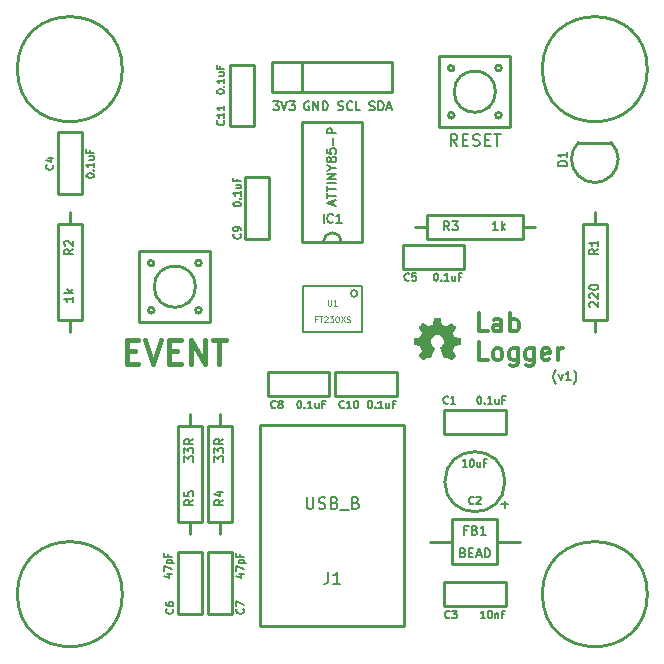
<source format=gto>
G04 (created by PCBNEW (22-Jun-2014 BZR 4027)-stable) date Mon 12 Jun 2017 10:58:34 PM CDT*
%MOIN*%
G04 Gerber Fmt 3.4, Leading zero omitted, Abs format*
%FSLAX34Y34*%
G01*
G70*
G90*
G04 APERTURE LIST*
%ADD10C,0.00590551*%
%ADD11C,0.006*%
%ADD12C,0.012*%
%ADD13C,0.01*%
%ADD14C,0.005*%
%ADD15C,0.0001*%
%ADD16C,0.008*%
%ADD17C,0.0039*%
%ADD18C,0.016*%
G04 APERTURE END LIST*
G54D10*
G54D11*
X80700Y-54485D02*
X80685Y-54471D01*
X80657Y-54428D01*
X80642Y-54400D01*
X80628Y-54357D01*
X80614Y-54285D01*
X80614Y-54228D01*
X80628Y-54157D01*
X80642Y-54114D01*
X80657Y-54085D01*
X80685Y-54042D01*
X80700Y-54028D01*
X80785Y-54171D02*
X80857Y-54371D01*
X80928Y-54171D01*
X81200Y-54371D02*
X81028Y-54371D01*
X81114Y-54371D02*
X81114Y-54071D01*
X81085Y-54114D01*
X81057Y-54142D01*
X81028Y-54157D01*
X81300Y-54485D02*
X81314Y-54471D01*
X81342Y-54428D01*
X81357Y-54400D01*
X81371Y-54357D01*
X81385Y-54285D01*
X81385Y-54228D01*
X81371Y-54157D01*
X81357Y-54114D01*
X81342Y-54085D01*
X81314Y-54042D01*
X81300Y-54028D01*
G54D12*
X78428Y-52742D02*
X78142Y-52742D01*
X78142Y-52142D01*
X78885Y-52742D02*
X78885Y-52428D01*
X78857Y-52371D01*
X78800Y-52342D01*
X78685Y-52342D01*
X78628Y-52371D01*
X78885Y-52714D02*
X78828Y-52742D01*
X78685Y-52742D01*
X78628Y-52714D01*
X78600Y-52657D01*
X78600Y-52600D01*
X78628Y-52542D01*
X78685Y-52514D01*
X78828Y-52514D01*
X78885Y-52485D01*
X79171Y-52742D02*
X79171Y-52142D01*
X79171Y-52371D02*
X79228Y-52342D01*
X79342Y-52342D01*
X79400Y-52371D01*
X79428Y-52400D01*
X79457Y-52457D01*
X79457Y-52628D01*
X79428Y-52685D01*
X79400Y-52714D01*
X79342Y-52742D01*
X79228Y-52742D01*
X79171Y-52714D01*
X78428Y-53702D02*
X78142Y-53702D01*
X78142Y-53102D01*
X78714Y-53702D02*
X78657Y-53674D01*
X78628Y-53645D01*
X78600Y-53588D01*
X78600Y-53417D01*
X78628Y-53360D01*
X78657Y-53331D01*
X78714Y-53302D01*
X78800Y-53302D01*
X78857Y-53331D01*
X78885Y-53360D01*
X78914Y-53417D01*
X78914Y-53588D01*
X78885Y-53645D01*
X78857Y-53674D01*
X78800Y-53702D01*
X78714Y-53702D01*
X79428Y-53302D02*
X79428Y-53788D01*
X79400Y-53845D01*
X79371Y-53874D01*
X79314Y-53902D01*
X79228Y-53902D01*
X79171Y-53874D01*
X79428Y-53674D02*
X79371Y-53702D01*
X79257Y-53702D01*
X79200Y-53674D01*
X79171Y-53645D01*
X79142Y-53588D01*
X79142Y-53417D01*
X79171Y-53360D01*
X79200Y-53331D01*
X79257Y-53302D01*
X79371Y-53302D01*
X79428Y-53331D01*
X79971Y-53302D02*
X79971Y-53788D01*
X79942Y-53845D01*
X79914Y-53874D01*
X79857Y-53902D01*
X79771Y-53902D01*
X79714Y-53874D01*
X79971Y-53674D02*
X79914Y-53702D01*
X79799Y-53702D01*
X79742Y-53674D01*
X79714Y-53645D01*
X79685Y-53588D01*
X79685Y-53417D01*
X79714Y-53360D01*
X79742Y-53331D01*
X79799Y-53302D01*
X79914Y-53302D01*
X79971Y-53331D01*
X80485Y-53674D02*
X80428Y-53702D01*
X80314Y-53702D01*
X80257Y-53674D01*
X80228Y-53617D01*
X80228Y-53388D01*
X80257Y-53331D01*
X80314Y-53302D01*
X80428Y-53302D01*
X80485Y-53331D01*
X80514Y-53388D01*
X80514Y-53445D01*
X80228Y-53502D01*
X80771Y-53702D02*
X80771Y-53302D01*
X80771Y-53417D02*
X80800Y-53360D01*
X80828Y-53331D01*
X80885Y-53302D01*
X80942Y-53302D01*
G54D11*
X74485Y-45357D02*
X74528Y-45371D01*
X74600Y-45371D01*
X74628Y-45357D01*
X74642Y-45342D01*
X74657Y-45314D01*
X74657Y-45285D01*
X74642Y-45257D01*
X74628Y-45242D01*
X74600Y-45228D01*
X74542Y-45214D01*
X74514Y-45200D01*
X74500Y-45185D01*
X74485Y-45157D01*
X74485Y-45128D01*
X74500Y-45100D01*
X74514Y-45085D01*
X74542Y-45071D01*
X74614Y-45071D01*
X74657Y-45085D01*
X74785Y-45371D02*
X74785Y-45071D01*
X74857Y-45071D01*
X74900Y-45085D01*
X74928Y-45114D01*
X74942Y-45142D01*
X74957Y-45200D01*
X74957Y-45242D01*
X74942Y-45300D01*
X74928Y-45328D01*
X74900Y-45357D01*
X74857Y-45371D01*
X74785Y-45371D01*
X75071Y-45285D02*
X75214Y-45285D01*
X75042Y-45371D02*
X75142Y-45071D01*
X75242Y-45371D01*
X73442Y-45357D02*
X73485Y-45371D01*
X73557Y-45371D01*
X73585Y-45357D01*
X73600Y-45342D01*
X73614Y-45314D01*
X73614Y-45285D01*
X73600Y-45257D01*
X73585Y-45242D01*
X73557Y-45228D01*
X73500Y-45214D01*
X73471Y-45200D01*
X73457Y-45185D01*
X73442Y-45157D01*
X73442Y-45128D01*
X73457Y-45100D01*
X73471Y-45085D01*
X73500Y-45071D01*
X73571Y-45071D01*
X73614Y-45085D01*
X73914Y-45342D02*
X73900Y-45357D01*
X73857Y-45371D01*
X73828Y-45371D01*
X73785Y-45357D01*
X73757Y-45328D01*
X73742Y-45300D01*
X73728Y-45242D01*
X73728Y-45200D01*
X73742Y-45142D01*
X73757Y-45114D01*
X73785Y-45085D01*
X73828Y-45071D01*
X73857Y-45071D01*
X73900Y-45085D01*
X73914Y-45100D01*
X74185Y-45371D02*
X74042Y-45371D01*
X74042Y-45071D01*
X72471Y-45085D02*
X72442Y-45071D01*
X72400Y-45071D01*
X72357Y-45085D01*
X72328Y-45114D01*
X72314Y-45142D01*
X72300Y-45200D01*
X72300Y-45242D01*
X72314Y-45300D01*
X72328Y-45328D01*
X72357Y-45357D01*
X72400Y-45371D01*
X72428Y-45371D01*
X72471Y-45357D01*
X72485Y-45342D01*
X72485Y-45242D01*
X72428Y-45242D01*
X72614Y-45371D02*
X72614Y-45071D01*
X72785Y-45371D01*
X72785Y-45071D01*
X72928Y-45371D02*
X72928Y-45071D01*
X73000Y-45071D01*
X73042Y-45085D01*
X73071Y-45114D01*
X73085Y-45142D01*
X73100Y-45200D01*
X73100Y-45242D01*
X73085Y-45300D01*
X73071Y-45328D01*
X73042Y-45357D01*
X73000Y-45371D01*
X72928Y-45371D01*
X71278Y-45071D02*
X71464Y-45071D01*
X71364Y-45185D01*
X71407Y-45185D01*
X71435Y-45200D01*
X71450Y-45214D01*
X71464Y-45242D01*
X71464Y-45314D01*
X71450Y-45342D01*
X71435Y-45357D01*
X71407Y-45371D01*
X71321Y-45371D01*
X71292Y-45357D01*
X71278Y-45342D01*
X71550Y-45071D02*
X71650Y-45371D01*
X71750Y-45071D01*
X71821Y-45071D02*
X72007Y-45071D01*
X71907Y-45185D01*
X71950Y-45185D01*
X71978Y-45200D01*
X71992Y-45214D01*
X72007Y-45242D01*
X72007Y-45314D01*
X71992Y-45342D01*
X71978Y-45357D01*
X71950Y-45371D01*
X71864Y-45371D01*
X71835Y-45357D01*
X71821Y-45342D01*
G54D13*
X83750Y-44000D02*
G75*
G03X83750Y-44000I-1750J0D01*
G74*
G01*
X66250Y-44000D02*
G75*
G03X66250Y-44000I-1750J0D01*
G74*
G01*
X83750Y-61500D02*
G75*
G03X83750Y-61500I-1750J0D01*
G74*
G01*
X66250Y-61500D02*
G75*
G03X66250Y-61500I-1750J0D01*
G74*
G01*
X70850Y-62550D02*
X75650Y-62550D01*
X75650Y-62550D02*
X75650Y-55850D01*
X75650Y-55850D02*
X70850Y-55850D01*
X70850Y-55850D02*
X70850Y-62550D01*
G54D14*
X74225Y-51225D02*
X72275Y-51225D01*
X72275Y-51225D02*
X72275Y-52775D01*
X72275Y-52775D02*
X74225Y-52775D01*
X74225Y-52775D02*
X74225Y-51225D01*
X74086Y-51475D02*
G75*
G03X74086Y-51475I-111J0D01*
G74*
G01*
G54D13*
X72250Y-43750D02*
X72250Y-44750D01*
X71250Y-43750D02*
X75250Y-43750D01*
X75250Y-43750D02*
X75250Y-44750D01*
X75250Y-44750D02*
X71250Y-44750D01*
X71250Y-44750D02*
X71250Y-43750D01*
X76000Y-49250D02*
X76400Y-49250D01*
X76400Y-49250D02*
X76400Y-48850D01*
X76400Y-48850D02*
X79600Y-48850D01*
X79600Y-48850D02*
X79600Y-49650D01*
X79600Y-49650D02*
X76400Y-49650D01*
X76400Y-49650D02*
X76400Y-49250D01*
X80000Y-49250D02*
X79600Y-49250D01*
X64500Y-48750D02*
X64500Y-49150D01*
X64500Y-49150D02*
X64900Y-49150D01*
X64900Y-49150D02*
X64900Y-52350D01*
X64900Y-52350D02*
X64100Y-52350D01*
X64100Y-52350D02*
X64100Y-49150D01*
X64100Y-49150D02*
X64500Y-49150D01*
X64500Y-52750D02*
X64500Y-52350D01*
X82000Y-48750D02*
X82000Y-49150D01*
X82000Y-49150D02*
X82400Y-49150D01*
X82400Y-49150D02*
X82400Y-52350D01*
X82400Y-52350D02*
X81600Y-52350D01*
X81600Y-52350D02*
X81600Y-49150D01*
X81600Y-49150D02*
X82000Y-49150D01*
X82000Y-52750D02*
X82000Y-52350D01*
X69500Y-59500D02*
X69500Y-59100D01*
X69500Y-59100D02*
X69100Y-59100D01*
X69100Y-59100D02*
X69100Y-55900D01*
X69100Y-55900D02*
X69900Y-55900D01*
X69900Y-55900D02*
X69900Y-59100D01*
X69900Y-59100D02*
X69500Y-59100D01*
X69500Y-55500D02*
X69500Y-55900D01*
X68500Y-59500D02*
X68500Y-59100D01*
X68500Y-59100D02*
X68100Y-59100D01*
X68100Y-59100D02*
X68100Y-55900D01*
X68100Y-55900D02*
X68900Y-55900D01*
X68900Y-55900D02*
X68900Y-59100D01*
X68900Y-59100D02*
X68500Y-59100D01*
X68500Y-55500D02*
X68500Y-55900D01*
X81448Y-46448D02*
X82551Y-46448D01*
X82551Y-47551D02*
G75*
G03X82551Y-46448I-551J551D01*
G74*
G01*
X81448Y-47551D02*
G75*
G03X82551Y-47551I551J551D01*
G74*
G01*
X81448Y-46448D02*
G75*
G03X81448Y-47551I551J-551D01*
G74*
G01*
X77250Y-60500D02*
X78750Y-60500D01*
X77250Y-59000D02*
X78750Y-59000D01*
X77250Y-59750D02*
X77250Y-59000D01*
X78750Y-59000D02*
X78750Y-60500D01*
X77250Y-60500D02*
X77250Y-59750D01*
X79500Y-59750D02*
X78750Y-59750D01*
X76500Y-59750D02*
X77250Y-59750D01*
X79000Y-57750D02*
G75*
G03X79000Y-57750I-1000J0D01*
G74*
G01*
X73250Y-49450D02*
G75*
G03X72950Y-49750I0J-300D01*
G74*
G01*
X73550Y-49750D02*
G75*
G03X73250Y-49450I-300J0D01*
G74*
G01*
X72250Y-49750D02*
X72250Y-45750D01*
X72250Y-45750D02*
X74250Y-45750D01*
X74250Y-45750D02*
X74250Y-49750D01*
X74250Y-49750D02*
X72250Y-49750D01*
X69100Y-60100D02*
X69100Y-62150D01*
X69900Y-60100D02*
X69900Y-62150D01*
X69900Y-62150D02*
X69100Y-62150D01*
X69100Y-60100D02*
X69900Y-60100D01*
X68100Y-60100D02*
X68100Y-62150D01*
X68900Y-60100D02*
X68900Y-62150D01*
X68900Y-62150D02*
X68100Y-62150D01*
X68100Y-60100D02*
X68900Y-60100D01*
X73150Y-54100D02*
X71100Y-54100D01*
X73150Y-54900D02*
X71100Y-54900D01*
X71100Y-54900D02*
X71100Y-54100D01*
X73150Y-54100D02*
X73150Y-54900D01*
X64900Y-48150D02*
X64900Y-46100D01*
X64100Y-48150D02*
X64100Y-46100D01*
X64100Y-46100D02*
X64900Y-46100D01*
X64900Y-48150D02*
X64100Y-48150D01*
X75600Y-50650D02*
X77650Y-50650D01*
X75600Y-49850D02*
X77650Y-49850D01*
X77650Y-49850D02*
X77650Y-50650D01*
X75600Y-50650D02*
X75600Y-49850D01*
X79025Y-55350D02*
X76975Y-55350D01*
X79025Y-56150D02*
X76975Y-56150D01*
X76975Y-56150D02*
X76975Y-55350D01*
X79025Y-55350D02*
X79025Y-56150D01*
X76975Y-61900D02*
X79025Y-61900D01*
X76975Y-61100D02*
X79025Y-61100D01*
X79025Y-61100D02*
X79025Y-61900D01*
X76975Y-61900D02*
X76975Y-61100D01*
X68885Y-50462D02*
G75*
G03X68885Y-50462I-98J0D01*
G74*
G01*
X67311Y-50462D02*
G75*
G03X67311Y-50462I-98J0D01*
G74*
G01*
X67311Y-52037D02*
G75*
G03X67311Y-52037I-98J0D01*
G74*
G01*
X68885Y-52037D02*
G75*
G03X68885Y-52037I-98J0D01*
G74*
G01*
X68688Y-51250D02*
G75*
G03X68688Y-51250I-688J0D01*
G74*
G01*
X69181Y-52431D02*
X66818Y-52431D01*
X66818Y-52431D02*
X66818Y-50068D01*
X66818Y-50068D02*
X69181Y-50068D01*
X69181Y-50068D02*
X69181Y-52431D01*
X78885Y-43962D02*
G75*
G03X78885Y-43962I-98J0D01*
G74*
G01*
X77311Y-43962D02*
G75*
G03X77311Y-43962I-98J0D01*
G74*
G01*
X77311Y-45537D02*
G75*
G03X77311Y-45537I-98J0D01*
G74*
G01*
X78885Y-45537D02*
G75*
G03X78885Y-45537I-98J0D01*
G74*
G01*
X78688Y-44750D02*
G75*
G03X78688Y-44750I-688J0D01*
G74*
G01*
X79181Y-45931D02*
X76818Y-45931D01*
X76818Y-45931D02*
X76818Y-43568D01*
X76818Y-43568D02*
X79181Y-43568D01*
X79181Y-43568D02*
X79181Y-45931D01*
X73350Y-54900D02*
X75400Y-54900D01*
X73350Y-54100D02*
X75400Y-54100D01*
X75400Y-54100D02*
X75400Y-54900D01*
X73350Y-54900D02*
X73350Y-54100D01*
X71150Y-49650D02*
X71150Y-47600D01*
X70350Y-49650D02*
X70350Y-47600D01*
X70350Y-47600D02*
X71150Y-47600D01*
X71150Y-49650D02*
X70350Y-49650D01*
X69850Y-43850D02*
X69850Y-45900D01*
X70650Y-43850D02*
X70650Y-45900D01*
X70650Y-45900D02*
X69850Y-45900D01*
X69850Y-43850D02*
X70650Y-43850D01*
G54D15*
G36*
X76273Y-53707D02*
X76281Y-53703D01*
X76300Y-53691D01*
X76326Y-53674D01*
X76357Y-53653D01*
X76388Y-53632D01*
X76414Y-53615D01*
X76432Y-53603D01*
X76439Y-53599D01*
X76443Y-53600D01*
X76458Y-53608D01*
X76480Y-53619D01*
X76492Y-53625D01*
X76512Y-53634D01*
X76522Y-53636D01*
X76523Y-53633D01*
X76531Y-53618D01*
X76542Y-53592D01*
X76557Y-53558D01*
X76574Y-53518D01*
X76592Y-53475D01*
X76610Y-53431D01*
X76628Y-53389D01*
X76643Y-53351D01*
X76656Y-53321D01*
X76664Y-53299D01*
X76667Y-53290D01*
X76666Y-53288D01*
X76656Y-53279D01*
X76639Y-53266D01*
X76601Y-53235D01*
X76565Y-53189D01*
X76542Y-53137D01*
X76535Y-53079D01*
X76541Y-53026D01*
X76562Y-52975D01*
X76598Y-52928D01*
X76642Y-52894D01*
X76693Y-52872D01*
X76750Y-52865D01*
X76805Y-52871D01*
X76857Y-52892D01*
X76904Y-52927D01*
X76923Y-52950D01*
X76950Y-52997D01*
X76966Y-53047D01*
X76967Y-53059D01*
X76965Y-53115D01*
X76949Y-53168D01*
X76920Y-53215D01*
X76879Y-53254D01*
X76874Y-53258D01*
X76855Y-53272D01*
X76843Y-53281D01*
X76833Y-53289D01*
X76903Y-53459D01*
X76914Y-53486D01*
X76934Y-53532D01*
X76951Y-53572D01*
X76964Y-53604D01*
X76974Y-53625D01*
X76978Y-53634D01*
X76978Y-53634D01*
X76984Y-53635D01*
X76997Y-53630D01*
X77021Y-53619D01*
X77037Y-53611D01*
X77055Y-53602D01*
X77063Y-53599D01*
X77070Y-53603D01*
X77087Y-53614D01*
X77112Y-53631D01*
X77142Y-53651D01*
X77171Y-53671D01*
X77198Y-53689D01*
X77217Y-53701D01*
X77227Y-53706D01*
X77228Y-53706D01*
X77236Y-53701D01*
X77252Y-53689D01*
X77275Y-53667D01*
X77307Y-53635D01*
X77312Y-53630D01*
X77339Y-53602D01*
X77361Y-53579D01*
X77376Y-53563D01*
X77381Y-53556D01*
X77381Y-53556D01*
X77376Y-53546D01*
X77364Y-53527D01*
X77346Y-53500D01*
X77325Y-53469D01*
X77269Y-53387D01*
X77300Y-53310D01*
X77309Y-53287D01*
X77321Y-53258D01*
X77330Y-53238D01*
X77335Y-53229D01*
X77343Y-53226D01*
X77364Y-53221D01*
X77395Y-53214D01*
X77431Y-53208D01*
X77466Y-53201D01*
X77497Y-53195D01*
X77520Y-53191D01*
X77530Y-53189D01*
X77532Y-53187D01*
X77534Y-53182D01*
X77536Y-53172D01*
X77536Y-53153D01*
X77537Y-53123D01*
X77537Y-53079D01*
X77537Y-53075D01*
X77536Y-53033D01*
X77536Y-53000D01*
X77535Y-52979D01*
X77533Y-52971D01*
X77533Y-52971D01*
X77523Y-52968D01*
X77501Y-52964D01*
X77470Y-52957D01*
X77432Y-52950D01*
X77430Y-52950D01*
X77393Y-52943D01*
X77362Y-52936D01*
X77340Y-52931D01*
X77331Y-52928D01*
X77329Y-52926D01*
X77321Y-52911D01*
X77310Y-52888D01*
X77298Y-52860D01*
X77286Y-52831D01*
X77275Y-52804D01*
X77268Y-52785D01*
X77266Y-52776D01*
X77266Y-52776D01*
X77272Y-52767D01*
X77285Y-52747D01*
X77303Y-52721D01*
X77325Y-52689D01*
X77326Y-52686D01*
X77348Y-52655D01*
X77365Y-52628D01*
X77377Y-52609D01*
X77381Y-52601D01*
X77381Y-52600D01*
X77374Y-52591D01*
X77358Y-52573D01*
X77335Y-52549D01*
X77307Y-52521D01*
X77298Y-52513D01*
X77268Y-52483D01*
X77247Y-52463D01*
X77233Y-52453D01*
X77227Y-52450D01*
X77227Y-52451D01*
X77217Y-52456D01*
X77197Y-52469D01*
X77170Y-52488D01*
X77138Y-52509D01*
X77136Y-52511D01*
X77105Y-52532D01*
X77079Y-52550D01*
X77060Y-52562D01*
X77052Y-52567D01*
X77050Y-52567D01*
X77038Y-52563D01*
X77015Y-52556D01*
X76988Y-52545D01*
X76959Y-52533D01*
X76932Y-52522D01*
X76912Y-52513D01*
X76903Y-52508D01*
X76903Y-52507D01*
X76899Y-52496D01*
X76894Y-52472D01*
X76887Y-52440D01*
X76880Y-52401D01*
X76879Y-52395D01*
X76872Y-52358D01*
X76866Y-52327D01*
X76861Y-52305D01*
X76859Y-52296D01*
X76854Y-52295D01*
X76835Y-52294D01*
X76807Y-52293D01*
X76773Y-52293D01*
X76738Y-52293D01*
X76704Y-52294D01*
X76674Y-52295D01*
X76653Y-52296D01*
X76644Y-52298D01*
X76643Y-52299D01*
X76640Y-52310D01*
X76635Y-52334D01*
X76628Y-52366D01*
X76621Y-52405D01*
X76620Y-52412D01*
X76613Y-52449D01*
X76606Y-52480D01*
X76602Y-52501D01*
X76599Y-52509D01*
X76596Y-52511D01*
X76581Y-52518D01*
X76556Y-52528D01*
X76524Y-52541D01*
X76452Y-52570D01*
X76364Y-52509D01*
X76356Y-52504D01*
X76324Y-52482D01*
X76298Y-52465D01*
X76280Y-52453D01*
X76272Y-52449D01*
X76272Y-52449D01*
X76263Y-52457D01*
X76245Y-52473D01*
X76221Y-52497D01*
X76194Y-52524D01*
X76173Y-52545D01*
X76149Y-52570D01*
X76133Y-52586D01*
X76125Y-52597D01*
X76122Y-52604D01*
X76123Y-52608D01*
X76128Y-52617D01*
X76141Y-52636D01*
X76159Y-52663D01*
X76181Y-52694D01*
X76199Y-52721D01*
X76218Y-52750D01*
X76230Y-52771D01*
X76235Y-52782D01*
X76234Y-52786D01*
X76227Y-52803D01*
X76217Y-52830D01*
X76204Y-52861D01*
X76173Y-52931D01*
X76127Y-52939D01*
X76099Y-52945D01*
X76060Y-52952D01*
X76023Y-52959D01*
X75965Y-52971D01*
X75963Y-53183D01*
X75972Y-53187D01*
X75981Y-53190D01*
X76002Y-53194D01*
X76033Y-53200D01*
X76069Y-53207D01*
X76100Y-53213D01*
X76131Y-53219D01*
X76153Y-53223D01*
X76163Y-53225D01*
X76166Y-53229D01*
X76174Y-53244D01*
X76185Y-53268D01*
X76197Y-53297D01*
X76209Y-53326D01*
X76220Y-53354D01*
X76228Y-53375D01*
X76231Y-53386D01*
X76227Y-53394D01*
X76215Y-53412D01*
X76198Y-53438D01*
X76177Y-53469D01*
X76155Y-53500D01*
X76138Y-53527D01*
X76125Y-53546D01*
X76120Y-53554D01*
X76123Y-53560D01*
X76135Y-53575D01*
X76158Y-53599D01*
X76193Y-53634D01*
X76199Y-53639D01*
X76226Y-53666D01*
X76250Y-53687D01*
X76266Y-53702D01*
X76273Y-53707D01*
X76273Y-53707D01*
G37*
G54D16*
X73116Y-60761D02*
X73116Y-61047D01*
X73097Y-61104D01*
X73059Y-61142D01*
X73002Y-61161D01*
X72964Y-61161D01*
X73516Y-61161D02*
X73288Y-61161D01*
X73402Y-61161D02*
X73402Y-60761D01*
X73364Y-60819D01*
X73326Y-60857D01*
X73288Y-60876D01*
X72392Y-58261D02*
X72392Y-58585D01*
X72411Y-58623D01*
X72430Y-58642D01*
X72469Y-58661D01*
X72545Y-58661D01*
X72583Y-58642D01*
X72602Y-58623D01*
X72621Y-58585D01*
X72621Y-58261D01*
X72792Y-58642D02*
X72850Y-58661D01*
X72945Y-58661D01*
X72983Y-58642D01*
X73002Y-58623D01*
X73021Y-58585D01*
X73021Y-58547D01*
X73002Y-58509D01*
X72983Y-58490D01*
X72945Y-58471D01*
X72869Y-58452D01*
X72830Y-58433D01*
X72811Y-58414D01*
X72792Y-58376D01*
X72792Y-58338D01*
X72811Y-58300D01*
X72830Y-58280D01*
X72869Y-58261D01*
X72964Y-58261D01*
X73021Y-58280D01*
X73326Y-58452D02*
X73383Y-58471D01*
X73402Y-58490D01*
X73421Y-58528D01*
X73421Y-58585D01*
X73402Y-58623D01*
X73383Y-58642D01*
X73345Y-58661D01*
X73192Y-58661D01*
X73192Y-58261D01*
X73326Y-58261D01*
X73364Y-58280D01*
X73383Y-58300D01*
X73402Y-58338D01*
X73402Y-58376D01*
X73383Y-58414D01*
X73364Y-58433D01*
X73326Y-58452D01*
X73192Y-58452D01*
X73497Y-58700D02*
X73802Y-58700D01*
X74030Y-58452D02*
X74088Y-58471D01*
X74107Y-58490D01*
X74126Y-58528D01*
X74126Y-58585D01*
X74107Y-58623D01*
X74088Y-58642D01*
X74050Y-58661D01*
X73897Y-58661D01*
X73897Y-58261D01*
X74030Y-58261D01*
X74069Y-58280D01*
X74088Y-58300D01*
X74107Y-58338D01*
X74107Y-58376D01*
X74088Y-58414D01*
X74069Y-58433D01*
X74030Y-58452D01*
X73897Y-58452D01*
G54D17*
X73099Y-51682D02*
X73099Y-51842D01*
X73109Y-51860D01*
X73118Y-51870D01*
X73137Y-51879D01*
X73174Y-51879D01*
X73193Y-51870D01*
X73203Y-51860D01*
X73212Y-51842D01*
X73212Y-51682D01*
X73409Y-51879D02*
X73296Y-51879D01*
X73353Y-51879D02*
X73353Y-51682D01*
X73334Y-51710D01*
X73315Y-51729D01*
X73296Y-51739D01*
X72734Y-52330D02*
X72668Y-52330D01*
X72668Y-52433D02*
X72668Y-52236D01*
X72762Y-52236D01*
X72809Y-52236D02*
X72921Y-52236D01*
X72865Y-52433D02*
X72865Y-52236D01*
X72977Y-52255D02*
X72987Y-52246D01*
X73006Y-52236D01*
X73053Y-52236D01*
X73071Y-52246D01*
X73081Y-52255D01*
X73090Y-52274D01*
X73090Y-52293D01*
X73081Y-52321D01*
X72968Y-52433D01*
X73090Y-52433D01*
X73156Y-52236D02*
X73278Y-52236D01*
X73212Y-52311D01*
X73240Y-52311D01*
X73259Y-52321D01*
X73268Y-52330D01*
X73278Y-52349D01*
X73278Y-52396D01*
X73268Y-52414D01*
X73259Y-52424D01*
X73240Y-52433D01*
X73184Y-52433D01*
X73165Y-52424D01*
X73156Y-52414D01*
X73400Y-52236D02*
X73418Y-52236D01*
X73437Y-52246D01*
X73447Y-52255D01*
X73456Y-52274D01*
X73465Y-52311D01*
X73465Y-52358D01*
X73456Y-52396D01*
X73447Y-52414D01*
X73437Y-52424D01*
X73418Y-52433D01*
X73400Y-52433D01*
X73381Y-52424D01*
X73371Y-52414D01*
X73362Y-52396D01*
X73353Y-52358D01*
X73353Y-52311D01*
X73362Y-52274D01*
X73371Y-52255D01*
X73381Y-52246D01*
X73400Y-52236D01*
X73531Y-52236D02*
X73662Y-52433D01*
X73662Y-52236D02*
X73531Y-52433D01*
X73728Y-52424D02*
X73756Y-52433D01*
X73803Y-52433D01*
X73822Y-52424D01*
X73831Y-52414D01*
X73841Y-52396D01*
X73841Y-52377D01*
X73831Y-52358D01*
X73822Y-52349D01*
X73803Y-52339D01*
X73765Y-52330D01*
X73747Y-52321D01*
X73737Y-52311D01*
X73728Y-52293D01*
X73728Y-52274D01*
X73737Y-52255D01*
X73747Y-52246D01*
X73765Y-52236D01*
X73812Y-52236D01*
X73841Y-52246D01*
G54D11*
X77150Y-49371D02*
X77050Y-49228D01*
X76978Y-49371D02*
X76978Y-49071D01*
X77092Y-49071D01*
X77121Y-49085D01*
X77135Y-49100D01*
X77150Y-49128D01*
X77150Y-49171D01*
X77135Y-49200D01*
X77121Y-49214D01*
X77092Y-49228D01*
X76978Y-49228D01*
X77250Y-49071D02*
X77435Y-49071D01*
X77335Y-49185D01*
X77378Y-49185D01*
X77407Y-49200D01*
X77421Y-49214D01*
X77435Y-49242D01*
X77435Y-49314D01*
X77421Y-49342D01*
X77407Y-49357D01*
X77378Y-49371D01*
X77292Y-49371D01*
X77264Y-49357D01*
X77250Y-49342D01*
X78764Y-49371D02*
X78592Y-49371D01*
X78678Y-49371D02*
X78678Y-49071D01*
X78650Y-49114D01*
X78621Y-49142D01*
X78592Y-49157D01*
X78892Y-49371D02*
X78892Y-49071D01*
X78921Y-49257D02*
X79007Y-49371D01*
X79007Y-49171D02*
X78892Y-49285D01*
X64621Y-50000D02*
X64478Y-50100D01*
X64621Y-50171D02*
X64321Y-50171D01*
X64321Y-50057D01*
X64335Y-50028D01*
X64350Y-50014D01*
X64378Y-50000D01*
X64421Y-50000D01*
X64450Y-50014D01*
X64464Y-50028D01*
X64478Y-50057D01*
X64478Y-50171D01*
X64350Y-49885D02*
X64335Y-49871D01*
X64321Y-49842D01*
X64321Y-49771D01*
X64335Y-49742D01*
X64350Y-49728D01*
X64378Y-49714D01*
X64407Y-49714D01*
X64450Y-49728D01*
X64621Y-49900D01*
X64621Y-49714D01*
X64621Y-51585D02*
X64621Y-51757D01*
X64621Y-51671D02*
X64321Y-51671D01*
X64364Y-51699D01*
X64392Y-51728D01*
X64407Y-51757D01*
X64621Y-51457D02*
X64321Y-51457D01*
X64507Y-51428D02*
X64621Y-51342D01*
X64421Y-51342D02*
X64535Y-51457D01*
X82121Y-50000D02*
X81978Y-50100D01*
X82121Y-50171D02*
X81821Y-50171D01*
X81821Y-50057D01*
X81835Y-50028D01*
X81850Y-50014D01*
X81878Y-50000D01*
X81921Y-50000D01*
X81950Y-50014D01*
X81964Y-50028D01*
X81978Y-50057D01*
X81978Y-50171D01*
X82121Y-49714D02*
X82121Y-49885D01*
X82121Y-49800D02*
X81821Y-49800D01*
X81864Y-49828D01*
X81892Y-49857D01*
X81907Y-49885D01*
X81850Y-51921D02*
X81835Y-51907D01*
X81821Y-51878D01*
X81821Y-51807D01*
X81835Y-51778D01*
X81850Y-51764D01*
X81878Y-51750D01*
X81907Y-51750D01*
X81950Y-51764D01*
X82121Y-51935D01*
X82121Y-51750D01*
X81850Y-51635D02*
X81835Y-51621D01*
X81821Y-51592D01*
X81821Y-51521D01*
X81835Y-51492D01*
X81850Y-51478D01*
X81878Y-51464D01*
X81907Y-51464D01*
X81950Y-51478D01*
X82121Y-51650D01*
X82121Y-51464D01*
X81821Y-51278D02*
X81821Y-51250D01*
X81835Y-51221D01*
X81850Y-51207D01*
X81878Y-51192D01*
X81935Y-51178D01*
X82007Y-51178D01*
X82064Y-51192D01*
X82092Y-51207D01*
X82107Y-51221D01*
X82121Y-51250D01*
X82121Y-51278D01*
X82107Y-51307D01*
X82092Y-51321D01*
X82064Y-51335D01*
X82007Y-51350D01*
X81935Y-51350D01*
X81878Y-51335D01*
X81850Y-51321D01*
X81835Y-51307D01*
X81821Y-51278D01*
X69621Y-58350D02*
X69478Y-58450D01*
X69621Y-58521D02*
X69321Y-58521D01*
X69321Y-58407D01*
X69335Y-58378D01*
X69350Y-58364D01*
X69378Y-58350D01*
X69421Y-58350D01*
X69450Y-58364D01*
X69464Y-58378D01*
X69478Y-58407D01*
X69478Y-58521D01*
X69421Y-58092D02*
X69621Y-58092D01*
X69307Y-58164D02*
X69521Y-58235D01*
X69521Y-58050D01*
X69321Y-57092D02*
X69321Y-56907D01*
X69435Y-57007D01*
X69435Y-56964D01*
X69450Y-56935D01*
X69464Y-56921D01*
X69492Y-56907D01*
X69564Y-56907D01*
X69592Y-56921D01*
X69607Y-56935D01*
X69621Y-56964D01*
X69621Y-57050D01*
X69607Y-57078D01*
X69592Y-57092D01*
X69321Y-56807D02*
X69321Y-56621D01*
X69435Y-56721D01*
X69435Y-56678D01*
X69450Y-56650D01*
X69464Y-56635D01*
X69492Y-56621D01*
X69564Y-56621D01*
X69592Y-56635D01*
X69607Y-56650D01*
X69621Y-56678D01*
X69621Y-56764D01*
X69607Y-56792D01*
X69592Y-56807D01*
X69621Y-56321D02*
X69478Y-56421D01*
X69621Y-56492D02*
X69321Y-56492D01*
X69321Y-56378D01*
X69335Y-56350D01*
X69350Y-56335D01*
X69378Y-56321D01*
X69421Y-56321D01*
X69450Y-56335D01*
X69464Y-56350D01*
X69478Y-56378D01*
X69478Y-56492D01*
X68621Y-58350D02*
X68478Y-58450D01*
X68621Y-58521D02*
X68321Y-58521D01*
X68321Y-58407D01*
X68335Y-58378D01*
X68350Y-58364D01*
X68378Y-58350D01*
X68421Y-58350D01*
X68450Y-58364D01*
X68464Y-58378D01*
X68478Y-58407D01*
X68478Y-58521D01*
X68321Y-58078D02*
X68321Y-58221D01*
X68464Y-58235D01*
X68450Y-58221D01*
X68435Y-58192D01*
X68435Y-58121D01*
X68450Y-58092D01*
X68464Y-58078D01*
X68492Y-58064D01*
X68564Y-58064D01*
X68592Y-58078D01*
X68607Y-58092D01*
X68621Y-58121D01*
X68621Y-58192D01*
X68607Y-58221D01*
X68592Y-58235D01*
X68321Y-57092D02*
X68321Y-56907D01*
X68435Y-57007D01*
X68435Y-56964D01*
X68450Y-56935D01*
X68464Y-56921D01*
X68492Y-56907D01*
X68564Y-56907D01*
X68592Y-56921D01*
X68607Y-56935D01*
X68621Y-56964D01*
X68621Y-57050D01*
X68607Y-57078D01*
X68592Y-57092D01*
X68321Y-56807D02*
X68321Y-56621D01*
X68435Y-56721D01*
X68435Y-56678D01*
X68450Y-56650D01*
X68464Y-56635D01*
X68492Y-56621D01*
X68564Y-56621D01*
X68592Y-56635D01*
X68607Y-56650D01*
X68621Y-56678D01*
X68621Y-56764D01*
X68607Y-56792D01*
X68592Y-56807D01*
X68621Y-56321D02*
X68478Y-56421D01*
X68621Y-56492D02*
X68321Y-56492D01*
X68321Y-56378D01*
X68335Y-56350D01*
X68350Y-56335D01*
X68378Y-56321D01*
X68421Y-56321D01*
X68450Y-56335D01*
X68464Y-56350D01*
X68478Y-56378D01*
X68478Y-56492D01*
X81071Y-47221D02*
X80771Y-47221D01*
X80771Y-47150D01*
X80785Y-47107D01*
X80814Y-47078D01*
X80842Y-47064D01*
X80900Y-47050D01*
X80942Y-47050D01*
X81000Y-47064D01*
X81028Y-47078D01*
X81057Y-47107D01*
X81071Y-47150D01*
X81071Y-47221D01*
X81071Y-46764D02*
X81071Y-46935D01*
X81071Y-46850D02*
X80771Y-46850D01*
X80814Y-46878D01*
X80842Y-46907D01*
X80857Y-46935D01*
X77750Y-59364D02*
X77650Y-59364D01*
X77650Y-59521D02*
X77650Y-59221D01*
X77792Y-59221D01*
X78007Y-59364D02*
X78050Y-59378D01*
X78064Y-59392D01*
X78078Y-59421D01*
X78078Y-59464D01*
X78064Y-59492D01*
X78050Y-59507D01*
X78021Y-59521D01*
X77907Y-59521D01*
X77907Y-59221D01*
X78007Y-59221D01*
X78035Y-59235D01*
X78050Y-59250D01*
X78064Y-59278D01*
X78064Y-59307D01*
X78050Y-59335D01*
X78035Y-59350D01*
X78007Y-59364D01*
X77907Y-59364D01*
X78364Y-59521D02*
X78192Y-59521D01*
X78278Y-59521D02*
X78278Y-59221D01*
X78250Y-59264D01*
X78221Y-59292D01*
X78192Y-59307D01*
X77607Y-60114D02*
X77650Y-60128D01*
X77664Y-60142D01*
X77678Y-60171D01*
X77678Y-60214D01*
X77664Y-60242D01*
X77650Y-60257D01*
X77621Y-60271D01*
X77507Y-60271D01*
X77507Y-59971D01*
X77607Y-59971D01*
X77635Y-59985D01*
X77650Y-60000D01*
X77664Y-60028D01*
X77664Y-60057D01*
X77650Y-60085D01*
X77635Y-60100D01*
X77607Y-60114D01*
X77507Y-60114D01*
X77807Y-60114D02*
X77907Y-60114D01*
X77950Y-60271D02*
X77807Y-60271D01*
X77807Y-59971D01*
X77950Y-59971D01*
X78064Y-60185D02*
X78207Y-60185D01*
X78035Y-60271D02*
X78135Y-59971D01*
X78235Y-60271D01*
X78335Y-60271D02*
X78335Y-59971D01*
X78407Y-59971D01*
X78450Y-59985D01*
X78478Y-60014D01*
X78492Y-60042D01*
X78507Y-60100D01*
X78507Y-60142D01*
X78492Y-60200D01*
X78478Y-60228D01*
X78450Y-60257D01*
X78407Y-60271D01*
X78335Y-60271D01*
G54D14*
X77958Y-58477D02*
X77946Y-58489D01*
X77910Y-58501D01*
X77886Y-58501D01*
X77851Y-58489D01*
X77827Y-58465D01*
X77815Y-58441D01*
X77803Y-58394D01*
X77803Y-58358D01*
X77815Y-58310D01*
X77827Y-58286D01*
X77851Y-58263D01*
X77886Y-58251D01*
X77910Y-58251D01*
X77946Y-58263D01*
X77958Y-58275D01*
X78053Y-58275D02*
X78065Y-58263D01*
X78089Y-58251D01*
X78148Y-58251D01*
X78172Y-58263D01*
X78184Y-58275D01*
X78196Y-58298D01*
X78196Y-58322D01*
X78184Y-58358D01*
X78041Y-58501D01*
X78196Y-58501D01*
X77732Y-57251D02*
X77589Y-57251D01*
X77660Y-57251D02*
X77660Y-57001D01*
X77636Y-57036D01*
X77613Y-57060D01*
X77589Y-57072D01*
X77886Y-57001D02*
X77910Y-57001D01*
X77934Y-57013D01*
X77946Y-57025D01*
X77958Y-57048D01*
X77970Y-57096D01*
X77970Y-57155D01*
X77958Y-57203D01*
X77946Y-57227D01*
X77934Y-57239D01*
X77910Y-57251D01*
X77886Y-57251D01*
X77863Y-57239D01*
X77851Y-57227D01*
X77839Y-57203D01*
X77827Y-57155D01*
X77827Y-57096D01*
X77839Y-57048D01*
X77851Y-57025D01*
X77863Y-57013D01*
X77886Y-57001D01*
X78184Y-57084D02*
X78184Y-57251D01*
X78077Y-57084D02*
X78077Y-57215D01*
X78089Y-57239D01*
X78113Y-57251D01*
X78148Y-57251D01*
X78172Y-57239D01*
X78184Y-57227D01*
X78386Y-57120D02*
X78303Y-57120D01*
X78303Y-57251D02*
X78303Y-57001D01*
X78422Y-57001D01*
G54D11*
X78885Y-58507D02*
X79114Y-58507D01*
X79000Y-58621D02*
X79000Y-58392D01*
X72957Y-49121D02*
X72957Y-48821D01*
X73271Y-49092D02*
X73257Y-49107D01*
X73214Y-49121D01*
X73185Y-49121D01*
X73142Y-49107D01*
X73114Y-49078D01*
X73100Y-49050D01*
X73085Y-48992D01*
X73085Y-48950D01*
X73100Y-48892D01*
X73114Y-48864D01*
X73142Y-48835D01*
X73185Y-48821D01*
X73214Y-48821D01*
X73257Y-48835D01*
X73271Y-48850D01*
X73557Y-49121D02*
X73385Y-49121D01*
X73471Y-49121D02*
X73471Y-48821D01*
X73442Y-48864D01*
X73414Y-48892D01*
X73385Y-48907D01*
X73285Y-48528D02*
X73285Y-48385D01*
X73371Y-48557D02*
X73071Y-48457D01*
X73371Y-48357D01*
X73071Y-48300D02*
X73071Y-48128D01*
X73371Y-48214D02*
X73071Y-48214D01*
X73071Y-48071D02*
X73071Y-47900D01*
X73371Y-47985D02*
X73071Y-47985D01*
X73371Y-47800D02*
X73071Y-47800D01*
X73371Y-47657D02*
X73071Y-47657D01*
X73371Y-47485D01*
X73071Y-47485D01*
X73228Y-47285D02*
X73371Y-47285D01*
X73071Y-47385D02*
X73228Y-47285D01*
X73071Y-47185D01*
X73200Y-47042D02*
X73185Y-47071D01*
X73171Y-47085D01*
X73142Y-47100D01*
X73128Y-47100D01*
X73100Y-47085D01*
X73085Y-47071D01*
X73071Y-47042D01*
X73071Y-46985D01*
X73085Y-46957D01*
X73100Y-46942D01*
X73128Y-46928D01*
X73142Y-46928D01*
X73171Y-46942D01*
X73185Y-46957D01*
X73200Y-46985D01*
X73200Y-47042D01*
X73214Y-47071D01*
X73228Y-47085D01*
X73257Y-47100D01*
X73314Y-47100D01*
X73342Y-47085D01*
X73357Y-47071D01*
X73371Y-47042D01*
X73371Y-46985D01*
X73357Y-46957D01*
X73342Y-46942D01*
X73314Y-46928D01*
X73257Y-46928D01*
X73228Y-46942D01*
X73214Y-46957D01*
X73200Y-46985D01*
X73071Y-46657D02*
X73071Y-46800D01*
X73214Y-46814D01*
X73200Y-46800D01*
X73185Y-46771D01*
X73185Y-46700D01*
X73200Y-46671D01*
X73214Y-46657D01*
X73242Y-46642D01*
X73314Y-46642D01*
X73342Y-46657D01*
X73357Y-46671D01*
X73371Y-46700D01*
X73371Y-46771D01*
X73357Y-46800D01*
X73342Y-46814D01*
X73257Y-46514D02*
X73257Y-46285D01*
X73371Y-46142D02*
X73071Y-46142D01*
X73071Y-46028D01*
X73085Y-46000D01*
X73100Y-45985D01*
X73128Y-45971D01*
X73171Y-45971D01*
X73200Y-45985D01*
X73214Y-46000D01*
X73228Y-46028D01*
X73228Y-46142D01*
G54D14*
X70277Y-61991D02*
X70289Y-62003D01*
X70301Y-62039D01*
X70301Y-62063D01*
X70289Y-62098D01*
X70265Y-62122D01*
X70241Y-62134D01*
X70194Y-62146D01*
X70158Y-62146D01*
X70110Y-62134D01*
X70086Y-62122D01*
X70063Y-62098D01*
X70051Y-62063D01*
X70051Y-62039D01*
X70063Y-62003D01*
X70075Y-61991D01*
X70051Y-61908D02*
X70051Y-61741D01*
X70301Y-61848D01*
X70134Y-60841D02*
X70301Y-60841D01*
X70039Y-60901D02*
X70217Y-60960D01*
X70217Y-60805D01*
X70051Y-60734D02*
X70051Y-60567D01*
X70301Y-60675D01*
X70134Y-60472D02*
X70384Y-60472D01*
X70146Y-60472D02*
X70134Y-60448D01*
X70134Y-60401D01*
X70146Y-60377D01*
X70158Y-60365D01*
X70182Y-60353D01*
X70253Y-60353D01*
X70277Y-60365D01*
X70289Y-60377D01*
X70301Y-60401D01*
X70301Y-60448D01*
X70289Y-60472D01*
X70170Y-60163D02*
X70170Y-60246D01*
X70301Y-60246D02*
X70051Y-60246D01*
X70051Y-60127D01*
X67927Y-61991D02*
X67939Y-62003D01*
X67951Y-62039D01*
X67951Y-62063D01*
X67939Y-62098D01*
X67915Y-62122D01*
X67891Y-62134D01*
X67844Y-62146D01*
X67808Y-62146D01*
X67760Y-62134D01*
X67736Y-62122D01*
X67713Y-62098D01*
X67701Y-62063D01*
X67701Y-62039D01*
X67713Y-62003D01*
X67725Y-61991D01*
X67701Y-61777D02*
X67701Y-61825D01*
X67713Y-61848D01*
X67725Y-61860D01*
X67760Y-61884D01*
X67808Y-61896D01*
X67903Y-61896D01*
X67927Y-61884D01*
X67939Y-61872D01*
X67951Y-61848D01*
X67951Y-61801D01*
X67939Y-61777D01*
X67927Y-61765D01*
X67903Y-61753D01*
X67844Y-61753D01*
X67820Y-61765D01*
X67808Y-61777D01*
X67796Y-61801D01*
X67796Y-61848D01*
X67808Y-61872D01*
X67820Y-61884D01*
X67844Y-61896D01*
X67734Y-60841D02*
X67901Y-60841D01*
X67639Y-60901D02*
X67817Y-60960D01*
X67817Y-60805D01*
X67651Y-60734D02*
X67651Y-60567D01*
X67901Y-60675D01*
X67734Y-60472D02*
X67984Y-60472D01*
X67746Y-60472D02*
X67734Y-60448D01*
X67734Y-60401D01*
X67746Y-60377D01*
X67758Y-60365D01*
X67782Y-60353D01*
X67853Y-60353D01*
X67877Y-60365D01*
X67889Y-60377D01*
X67901Y-60401D01*
X67901Y-60448D01*
X67889Y-60472D01*
X67770Y-60163D02*
X67770Y-60246D01*
X67901Y-60246D02*
X67651Y-60246D01*
X67651Y-60127D01*
X71358Y-55277D02*
X71346Y-55289D01*
X71310Y-55301D01*
X71286Y-55301D01*
X71251Y-55289D01*
X71227Y-55265D01*
X71215Y-55241D01*
X71203Y-55194D01*
X71203Y-55158D01*
X71215Y-55110D01*
X71227Y-55086D01*
X71251Y-55063D01*
X71286Y-55051D01*
X71310Y-55051D01*
X71346Y-55063D01*
X71358Y-55075D01*
X71501Y-55158D02*
X71477Y-55146D01*
X71465Y-55134D01*
X71453Y-55110D01*
X71453Y-55098D01*
X71465Y-55075D01*
X71477Y-55063D01*
X71501Y-55051D01*
X71548Y-55051D01*
X71572Y-55063D01*
X71584Y-55075D01*
X71596Y-55098D01*
X71596Y-55110D01*
X71584Y-55134D01*
X71572Y-55146D01*
X71548Y-55158D01*
X71501Y-55158D01*
X71477Y-55170D01*
X71465Y-55182D01*
X71453Y-55205D01*
X71453Y-55253D01*
X71465Y-55277D01*
X71477Y-55289D01*
X71501Y-55301D01*
X71548Y-55301D01*
X71572Y-55289D01*
X71584Y-55277D01*
X71596Y-55253D01*
X71596Y-55205D01*
X71584Y-55182D01*
X71572Y-55170D01*
X71548Y-55158D01*
X72139Y-55051D02*
X72163Y-55051D01*
X72186Y-55063D01*
X72198Y-55075D01*
X72210Y-55098D01*
X72222Y-55146D01*
X72222Y-55205D01*
X72210Y-55253D01*
X72198Y-55277D01*
X72186Y-55289D01*
X72163Y-55301D01*
X72139Y-55301D01*
X72115Y-55289D01*
X72103Y-55277D01*
X72091Y-55253D01*
X72079Y-55205D01*
X72079Y-55146D01*
X72091Y-55098D01*
X72103Y-55075D01*
X72115Y-55063D01*
X72139Y-55051D01*
X72329Y-55277D02*
X72341Y-55289D01*
X72329Y-55301D01*
X72317Y-55289D01*
X72329Y-55277D01*
X72329Y-55301D01*
X72579Y-55301D02*
X72436Y-55301D01*
X72508Y-55301D02*
X72508Y-55051D01*
X72484Y-55086D01*
X72460Y-55110D01*
X72436Y-55122D01*
X72794Y-55134D02*
X72794Y-55301D01*
X72686Y-55134D02*
X72686Y-55265D01*
X72698Y-55289D01*
X72722Y-55301D01*
X72758Y-55301D01*
X72782Y-55289D01*
X72794Y-55277D01*
X72996Y-55170D02*
X72913Y-55170D01*
X72913Y-55301D02*
X72913Y-55051D01*
X73032Y-55051D01*
X63927Y-47191D02*
X63939Y-47203D01*
X63951Y-47239D01*
X63951Y-47263D01*
X63939Y-47298D01*
X63915Y-47322D01*
X63891Y-47334D01*
X63844Y-47346D01*
X63808Y-47346D01*
X63760Y-47334D01*
X63736Y-47322D01*
X63713Y-47298D01*
X63701Y-47263D01*
X63701Y-47239D01*
X63713Y-47203D01*
X63725Y-47191D01*
X63784Y-46977D02*
X63951Y-46977D01*
X63689Y-47036D02*
X63867Y-47096D01*
X63867Y-46941D01*
X65051Y-47560D02*
X65051Y-47536D01*
X65063Y-47513D01*
X65075Y-47501D01*
X65098Y-47489D01*
X65146Y-47477D01*
X65205Y-47477D01*
X65253Y-47489D01*
X65277Y-47501D01*
X65289Y-47513D01*
X65301Y-47536D01*
X65301Y-47560D01*
X65289Y-47584D01*
X65277Y-47596D01*
X65253Y-47608D01*
X65205Y-47620D01*
X65146Y-47620D01*
X65098Y-47608D01*
X65075Y-47596D01*
X65063Y-47584D01*
X65051Y-47560D01*
X65277Y-47370D02*
X65289Y-47358D01*
X65301Y-47370D01*
X65289Y-47382D01*
X65277Y-47370D01*
X65301Y-47370D01*
X65301Y-47120D02*
X65301Y-47263D01*
X65301Y-47191D02*
X65051Y-47191D01*
X65086Y-47215D01*
X65110Y-47239D01*
X65122Y-47263D01*
X65134Y-46905D02*
X65301Y-46905D01*
X65134Y-47013D02*
X65265Y-47013D01*
X65289Y-47001D01*
X65301Y-46977D01*
X65301Y-46941D01*
X65289Y-46917D01*
X65277Y-46905D01*
X65170Y-46703D02*
X65170Y-46786D01*
X65301Y-46786D02*
X65051Y-46786D01*
X65051Y-46667D01*
X75808Y-51027D02*
X75796Y-51039D01*
X75760Y-51051D01*
X75736Y-51051D01*
X75701Y-51039D01*
X75677Y-51015D01*
X75665Y-50991D01*
X75653Y-50944D01*
X75653Y-50908D01*
X75665Y-50860D01*
X75677Y-50836D01*
X75701Y-50813D01*
X75736Y-50801D01*
X75760Y-50801D01*
X75796Y-50813D01*
X75808Y-50825D01*
X76034Y-50801D02*
X75915Y-50801D01*
X75903Y-50920D01*
X75915Y-50908D01*
X75939Y-50896D01*
X75998Y-50896D01*
X76022Y-50908D01*
X76034Y-50920D01*
X76046Y-50944D01*
X76046Y-51003D01*
X76034Y-51027D01*
X76022Y-51039D01*
X75998Y-51051D01*
X75939Y-51051D01*
X75915Y-51039D01*
X75903Y-51027D01*
X76689Y-50801D02*
X76713Y-50801D01*
X76736Y-50813D01*
X76748Y-50825D01*
X76760Y-50848D01*
X76772Y-50896D01*
X76772Y-50955D01*
X76760Y-51003D01*
X76748Y-51027D01*
X76736Y-51039D01*
X76713Y-51051D01*
X76689Y-51051D01*
X76665Y-51039D01*
X76653Y-51027D01*
X76641Y-51003D01*
X76629Y-50955D01*
X76629Y-50896D01*
X76641Y-50848D01*
X76653Y-50825D01*
X76665Y-50813D01*
X76689Y-50801D01*
X76879Y-51027D02*
X76891Y-51039D01*
X76879Y-51051D01*
X76867Y-51039D01*
X76879Y-51027D01*
X76879Y-51051D01*
X77129Y-51051D02*
X76986Y-51051D01*
X77058Y-51051D02*
X77058Y-50801D01*
X77034Y-50836D01*
X77010Y-50860D01*
X76986Y-50872D01*
X77344Y-50884D02*
X77344Y-51051D01*
X77236Y-50884D02*
X77236Y-51015D01*
X77248Y-51039D01*
X77272Y-51051D01*
X77308Y-51051D01*
X77332Y-51039D01*
X77344Y-51027D01*
X77546Y-50920D02*
X77463Y-50920D01*
X77463Y-51051D02*
X77463Y-50801D01*
X77582Y-50801D01*
X77108Y-55127D02*
X77096Y-55139D01*
X77060Y-55151D01*
X77036Y-55151D01*
X77001Y-55139D01*
X76977Y-55115D01*
X76965Y-55091D01*
X76953Y-55044D01*
X76953Y-55008D01*
X76965Y-54960D01*
X76977Y-54936D01*
X77001Y-54913D01*
X77036Y-54901D01*
X77060Y-54901D01*
X77096Y-54913D01*
X77108Y-54925D01*
X77346Y-55151D02*
X77203Y-55151D01*
X77275Y-55151D02*
X77275Y-54901D01*
X77251Y-54936D01*
X77227Y-54960D01*
X77203Y-54972D01*
X78139Y-54901D02*
X78163Y-54901D01*
X78186Y-54913D01*
X78198Y-54925D01*
X78210Y-54948D01*
X78222Y-54996D01*
X78222Y-55055D01*
X78210Y-55103D01*
X78198Y-55127D01*
X78186Y-55139D01*
X78163Y-55151D01*
X78139Y-55151D01*
X78115Y-55139D01*
X78103Y-55127D01*
X78091Y-55103D01*
X78079Y-55055D01*
X78079Y-54996D01*
X78091Y-54948D01*
X78103Y-54925D01*
X78115Y-54913D01*
X78139Y-54901D01*
X78329Y-55127D02*
X78341Y-55139D01*
X78329Y-55151D01*
X78317Y-55139D01*
X78329Y-55127D01*
X78329Y-55151D01*
X78579Y-55151D02*
X78436Y-55151D01*
X78508Y-55151D02*
X78508Y-54901D01*
X78484Y-54936D01*
X78460Y-54960D01*
X78436Y-54972D01*
X78794Y-54984D02*
X78794Y-55151D01*
X78686Y-54984D02*
X78686Y-55115D01*
X78698Y-55139D01*
X78722Y-55151D01*
X78758Y-55151D01*
X78782Y-55139D01*
X78794Y-55127D01*
X78996Y-55020D02*
X78913Y-55020D01*
X78913Y-55151D02*
X78913Y-54901D01*
X79032Y-54901D01*
X77158Y-62277D02*
X77146Y-62289D01*
X77110Y-62301D01*
X77086Y-62301D01*
X77051Y-62289D01*
X77027Y-62265D01*
X77015Y-62241D01*
X77003Y-62194D01*
X77003Y-62158D01*
X77015Y-62110D01*
X77027Y-62086D01*
X77051Y-62063D01*
X77086Y-62051D01*
X77110Y-62051D01*
X77146Y-62063D01*
X77158Y-62075D01*
X77241Y-62051D02*
X77396Y-62051D01*
X77313Y-62146D01*
X77348Y-62146D01*
X77372Y-62158D01*
X77384Y-62170D01*
X77396Y-62194D01*
X77396Y-62253D01*
X77384Y-62277D01*
X77372Y-62289D01*
X77348Y-62301D01*
X77277Y-62301D01*
X77253Y-62289D01*
X77241Y-62277D01*
X78332Y-62301D02*
X78189Y-62301D01*
X78260Y-62301D02*
X78260Y-62051D01*
X78236Y-62086D01*
X78213Y-62110D01*
X78189Y-62122D01*
X78486Y-62051D02*
X78510Y-62051D01*
X78534Y-62063D01*
X78546Y-62075D01*
X78558Y-62098D01*
X78570Y-62146D01*
X78570Y-62205D01*
X78558Y-62253D01*
X78546Y-62277D01*
X78534Y-62289D01*
X78510Y-62301D01*
X78486Y-62301D01*
X78463Y-62289D01*
X78451Y-62277D01*
X78439Y-62253D01*
X78427Y-62205D01*
X78427Y-62146D01*
X78439Y-62098D01*
X78451Y-62075D01*
X78463Y-62063D01*
X78486Y-62051D01*
X78677Y-62134D02*
X78677Y-62301D01*
X78677Y-62158D02*
X78689Y-62146D01*
X78713Y-62134D01*
X78748Y-62134D01*
X78772Y-62146D01*
X78784Y-62170D01*
X78784Y-62301D01*
X78986Y-62170D02*
X78903Y-62170D01*
X78903Y-62301D02*
X78903Y-62051D01*
X79022Y-62051D01*
G54D18*
X66400Y-53404D02*
X66666Y-53404D01*
X66780Y-53823D02*
X66400Y-53823D01*
X66400Y-53023D01*
X66780Y-53023D01*
X67009Y-53023D02*
X67276Y-53823D01*
X67542Y-53023D01*
X67809Y-53404D02*
X68076Y-53404D01*
X68190Y-53823D02*
X67809Y-53823D01*
X67809Y-53023D01*
X68190Y-53023D01*
X68533Y-53823D02*
X68533Y-53023D01*
X68990Y-53823D01*
X68990Y-53023D01*
X69257Y-53023D02*
X69714Y-53023D01*
X69485Y-53823D02*
X69485Y-53023D01*
G54D16*
X77419Y-46561D02*
X77285Y-46371D01*
X77190Y-46561D02*
X77190Y-46161D01*
X77342Y-46161D01*
X77380Y-46180D01*
X77400Y-46200D01*
X77419Y-46238D01*
X77419Y-46295D01*
X77400Y-46333D01*
X77380Y-46352D01*
X77342Y-46371D01*
X77190Y-46371D01*
X77590Y-46352D02*
X77723Y-46352D01*
X77780Y-46561D02*
X77590Y-46561D01*
X77590Y-46161D01*
X77780Y-46161D01*
X77933Y-46542D02*
X77990Y-46561D01*
X78085Y-46561D01*
X78123Y-46542D01*
X78142Y-46523D01*
X78161Y-46485D01*
X78161Y-46447D01*
X78142Y-46409D01*
X78123Y-46390D01*
X78085Y-46371D01*
X78009Y-46352D01*
X77971Y-46333D01*
X77952Y-46314D01*
X77933Y-46276D01*
X77933Y-46238D01*
X77952Y-46200D01*
X77971Y-46180D01*
X78009Y-46161D01*
X78104Y-46161D01*
X78161Y-46180D01*
X78333Y-46352D02*
X78466Y-46352D01*
X78523Y-46561D02*
X78333Y-46561D01*
X78333Y-46161D01*
X78523Y-46161D01*
X78638Y-46161D02*
X78866Y-46161D01*
X78752Y-46561D02*
X78752Y-46161D01*
G54D14*
X73639Y-55277D02*
X73627Y-55289D01*
X73591Y-55301D01*
X73567Y-55301D01*
X73532Y-55289D01*
X73508Y-55265D01*
X73496Y-55241D01*
X73484Y-55194D01*
X73484Y-55158D01*
X73496Y-55110D01*
X73508Y-55086D01*
X73532Y-55063D01*
X73567Y-55051D01*
X73591Y-55051D01*
X73627Y-55063D01*
X73639Y-55075D01*
X73877Y-55301D02*
X73734Y-55301D01*
X73805Y-55301D02*
X73805Y-55051D01*
X73782Y-55086D01*
X73758Y-55110D01*
X73734Y-55122D01*
X74032Y-55051D02*
X74055Y-55051D01*
X74079Y-55063D01*
X74091Y-55075D01*
X74103Y-55098D01*
X74115Y-55146D01*
X74115Y-55205D01*
X74103Y-55253D01*
X74091Y-55277D01*
X74079Y-55289D01*
X74055Y-55301D01*
X74032Y-55301D01*
X74008Y-55289D01*
X73996Y-55277D01*
X73984Y-55253D01*
X73972Y-55205D01*
X73972Y-55146D01*
X73984Y-55098D01*
X73996Y-55075D01*
X74008Y-55063D01*
X74032Y-55051D01*
X74489Y-55051D02*
X74513Y-55051D01*
X74536Y-55063D01*
X74548Y-55075D01*
X74560Y-55098D01*
X74572Y-55146D01*
X74572Y-55205D01*
X74560Y-55253D01*
X74548Y-55277D01*
X74536Y-55289D01*
X74513Y-55301D01*
X74489Y-55301D01*
X74465Y-55289D01*
X74453Y-55277D01*
X74441Y-55253D01*
X74429Y-55205D01*
X74429Y-55146D01*
X74441Y-55098D01*
X74453Y-55075D01*
X74465Y-55063D01*
X74489Y-55051D01*
X74679Y-55277D02*
X74691Y-55289D01*
X74679Y-55301D01*
X74667Y-55289D01*
X74679Y-55277D01*
X74679Y-55301D01*
X74929Y-55301D02*
X74786Y-55301D01*
X74858Y-55301D02*
X74858Y-55051D01*
X74834Y-55086D01*
X74810Y-55110D01*
X74786Y-55122D01*
X75144Y-55134D02*
X75144Y-55301D01*
X75036Y-55134D02*
X75036Y-55265D01*
X75048Y-55289D01*
X75072Y-55301D01*
X75108Y-55301D01*
X75132Y-55289D01*
X75144Y-55277D01*
X75346Y-55170D02*
X75263Y-55170D01*
X75263Y-55301D02*
X75263Y-55051D01*
X75382Y-55051D01*
X70177Y-49491D02*
X70189Y-49503D01*
X70201Y-49539D01*
X70201Y-49563D01*
X70189Y-49598D01*
X70165Y-49622D01*
X70141Y-49634D01*
X70094Y-49646D01*
X70058Y-49646D01*
X70010Y-49634D01*
X69986Y-49622D01*
X69963Y-49598D01*
X69951Y-49563D01*
X69951Y-49539D01*
X69963Y-49503D01*
X69975Y-49491D01*
X70201Y-49372D02*
X70201Y-49325D01*
X70189Y-49301D01*
X70177Y-49289D01*
X70141Y-49265D01*
X70094Y-49253D01*
X69998Y-49253D01*
X69975Y-49265D01*
X69963Y-49277D01*
X69951Y-49301D01*
X69951Y-49348D01*
X69963Y-49372D01*
X69975Y-49384D01*
X69998Y-49396D01*
X70058Y-49396D01*
X70082Y-49384D01*
X70094Y-49372D01*
X70105Y-49348D01*
X70105Y-49301D01*
X70094Y-49277D01*
X70082Y-49265D01*
X70058Y-49253D01*
X69951Y-48510D02*
X69951Y-48486D01*
X69963Y-48463D01*
X69975Y-48451D01*
X69998Y-48439D01*
X70046Y-48427D01*
X70105Y-48427D01*
X70153Y-48439D01*
X70177Y-48451D01*
X70189Y-48463D01*
X70201Y-48486D01*
X70201Y-48510D01*
X70189Y-48534D01*
X70177Y-48546D01*
X70153Y-48558D01*
X70105Y-48570D01*
X70046Y-48570D01*
X69998Y-48558D01*
X69975Y-48546D01*
X69963Y-48534D01*
X69951Y-48510D01*
X70177Y-48320D02*
X70189Y-48308D01*
X70201Y-48320D01*
X70189Y-48332D01*
X70177Y-48320D01*
X70201Y-48320D01*
X70201Y-48070D02*
X70201Y-48213D01*
X70201Y-48141D02*
X69951Y-48141D01*
X69986Y-48165D01*
X70010Y-48189D01*
X70022Y-48213D01*
X70034Y-47855D02*
X70201Y-47855D01*
X70034Y-47963D02*
X70165Y-47963D01*
X70189Y-47951D01*
X70201Y-47927D01*
X70201Y-47891D01*
X70189Y-47867D01*
X70177Y-47855D01*
X70070Y-47653D02*
X70070Y-47736D01*
X70201Y-47736D02*
X69951Y-47736D01*
X69951Y-47617D01*
X69627Y-45710D02*
X69639Y-45722D01*
X69651Y-45758D01*
X69651Y-45782D01*
X69639Y-45817D01*
X69615Y-45841D01*
X69591Y-45853D01*
X69544Y-45865D01*
X69508Y-45865D01*
X69460Y-45853D01*
X69436Y-45841D01*
X69413Y-45817D01*
X69401Y-45782D01*
X69401Y-45758D01*
X69413Y-45722D01*
X69425Y-45710D01*
X69651Y-45472D02*
X69651Y-45615D01*
X69651Y-45544D02*
X69401Y-45544D01*
X69436Y-45567D01*
X69460Y-45591D01*
X69472Y-45615D01*
X69651Y-45234D02*
X69651Y-45377D01*
X69651Y-45305D02*
X69401Y-45305D01*
X69436Y-45329D01*
X69460Y-45353D01*
X69472Y-45377D01*
X69401Y-44760D02*
X69401Y-44736D01*
X69413Y-44713D01*
X69425Y-44701D01*
X69448Y-44689D01*
X69496Y-44677D01*
X69555Y-44677D01*
X69603Y-44689D01*
X69627Y-44701D01*
X69639Y-44713D01*
X69651Y-44736D01*
X69651Y-44760D01*
X69639Y-44784D01*
X69627Y-44796D01*
X69603Y-44808D01*
X69555Y-44820D01*
X69496Y-44820D01*
X69448Y-44808D01*
X69425Y-44796D01*
X69413Y-44784D01*
X69401Y-44760D01*
X69627Y-44570D02*
X69639Y-44558D01*
X69651Y-44570D01*
X69639Y-44582D01*
X69627Y-44570D01*
X69651Y-44570D01*
X69651Y-44320D02*
X69651Y-44463D01*
X69651Y-44391D02*
X69401Y-44391D01*
X69436Y-44415D01*
X69460Y-44439D01*
X69472Y-44463D01*
X69484Y-44105D02*
X69651Y-44105D01*
X69484Y-44213D02*
X69615Y-44213D01*
X69639Y-44201D01*
X69651Y-44177D01*
X69651Y-44141D01*
X69639Y-44117D01*
X69627Y-44105D01*
X69520Y-43903D02*
X69520Y-43986D01*
X69651Y-43986D02*
X69401Y-43986D01*
X69401Y-43867D01*
M02*

</source>
